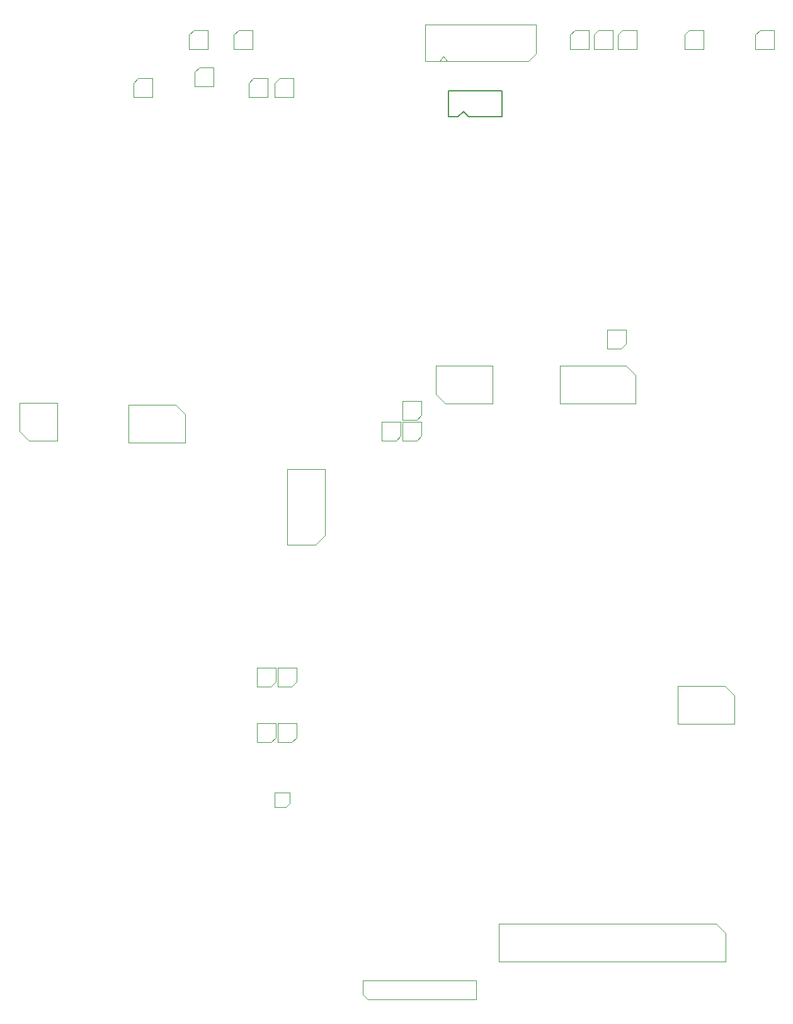
<source format=gbr>
G04 #@! TF.GenerationSoftware,KiCad,Pcbnew,(5.99.0-10192-g8d0191151d)*
G04 #@! TF.CreationDate,2021-04-12T23:10:32+03:00*
G04 #@! TF.ProjectId,hellen64_miataNA6_94,68656c6c-656e-4363-945f-6d696174614e,R0.4*
G04 #@! TF.SameCoordinates,PX1406f40PYa852d20*
G04 #@! TF.FileFunction,AssemblyDrawing,Top*
%FSLAX46Y46*%
G04 Gerber Fmt 4.6, Leading zero omitted, Abs format (unit mm)*
G04 Created by KiCad (PCBNEW (5.99.0-10192-g8d0191151d)) date 2021-04-12 23:10:32*
%MOMM*%
%LPD*%
G01*
G04 APERTURE LIST*
%ADD10C,0.100000*%
%ADD11C,0.150000*%
G04 APERTURE END LIST*
D10*
G04 #@! TO.C,P24*
X65845960Y47934880D02*
X63940960Y47934880D01*
X63940960Y50474880D02*
X66480960Y50474880D01*
X66480960Y50474880D02*
X66480960Y48569880D01*
X66480960Y48569880D02*
X65845960Y47934880D01*
X63940960Y47934880D02*
X63940960Y50474880D01*
G04 #@! TO.C,P47*
X58675960Y136070000D02*
X60580960Y136070000D01*
X58040960Y135435000D02*
X58675960Y136070000D01*
X60580960Y136070000D02*
X60580960Y133530000D01*
X60580960Y133530000D02*
X58040960Y133530000D01*
X58040960Y133530000D02*
X58040960Y135435000D01*
G04 #@! TO.C,J10*
X43902360Y85783880D02*
X50252360Y85783880D01*
X50252360Y85783880D02*
X51522360Y84513880D01*
X51522360Y80703880D02*
X43902360Y80703880D01*
X43902360Y80703880D02*
X43902360Y85783880D01*
X51522360Y84513880D02*
X51522360Y80703880D01*
G04 #@! TO.C,P22*
X65845960Y40434880D02*
X63940960Y40434880D01*
X63940960Y42974880D02*
X66480960Y42974880D01*
X66480960Y42974880D02*
X66480960Y41069880D01*
X63940960Y40434880D02*
X63940960Y42974880D01*
X66480960Y41069880D02*
X65845960Y40434880D01*
G04 #@! TO.C,P56*
X103240960Y135430000D02*
X103875960Y136065000D01*
X103240960Y133525000D02*
X103240960Y135430000D01*
X103875960Y136065000D02*
X105780960Y136065000D01*
X105780960Y136065000D02*
X105780960Y133525000D01*
X105780960Y133525000D02*
X103240960Y133525000D01*
G04 #@! TO.C,P52*
X130680960Y136065000D02*
X130680960Y133525000D01*
X128775960Y136065000D02*
X130680960Y136065000D01*
X128140960Y133525000D02*
X128140960Y135430000D01*
X130680960Y133525000D02*
X128140960Y133525000D01*
X128140960Y135430000D02*
X128775960Y136065000D01*
G04 #@! TO.C,P26*
X80470700Y83470880D02*
X80470700Y81565880D01*
X79835700Y80930880D02*
X77930700Y80930880D01*
X77930700Y83470880D02*
X80470700Y83470880D01*
X77930700Y80930880D02*
X77930700Y83470880D01*
X80470700Y81565880D02*
X79835700Y80930880D01*
D11*
G04 #@! TO.C,J1*
X94100700Y127949180D02*
X94100700Y124449180D01*
X89600700Y124449180D02*
X94100700Y124449180D01*
X94100700Y127949180D02*
X86900700Y127949180D01*
X86900700Y124449180D02*
X86900700Y127949180D01*
X88200700Y124449180D02*
X88900700Y125149180D01*
X88900700Y125149180D02*
X89600700Y124449180D01*
X86900700Y124449180D02*
X88200700Y124449180D01*
D10*
G04 #@! TO.C,J9*
X70299360Y68204880D02*
X69029360Y66934880D01*
X70299360Y77094880D02*
X70299360Y68204880D01*
X69029360Y66934880D02*
X65219360Y66934880D01*
X65219360Y66934880D02*
X65219360Y77094880D01*
X65219360Y77094880D02*
X70299360Y77094880D01*
G04 #@! TO.C,J7*
X34287360Y80968880D02*
X30477360Y80968880D01*
X30477360Y80968880D02*
X29207360Y82238880D01*
X29207360Y86048880D02*
X34287360Y86048880D01*
X29207360Y82238880D02*
X29207360Y86048880D01*
X34287360Y86048880D02*
X34287360Y80968880D01*
G04 #@! TO.C,J8*
X86511360Y85930880D02*
X85241360Y87200880D01*
X85241360Y91010880D02*
X92861360Y91010880D01*
X85241360Y87200880D02*
X85241360Y91010880D01*
X92861360Y91010880D02*
X92861360Y85930880D01*
X92861360Y85930880D02*
X86511360Y85930880D01*
G04 #@! TO.C,J6*
X101921360Y91010880D02*
X110811360Y91010880D01*
X110811360Y91010880D02*
X112081360Y89740880D01*
X112081360Y89740880D02*
X112081360Y85930880D01*
X101921360Y85930880D02*
X101921360Y91010880D01*
X112081360Y85930880D02*
X101921360Y85930880D01*
G04 #@! TO.C,P55*
X106440560Y133524120D02*
X106440560Y135429120D01*
X106440560Y135429120D02*
X107075560Y136064120D01*
X108980560Y133524120D02*
X106440560Y133524120D01*
X108980560Y136064120D02*
X108980560Y133524120D01*
X107075560Y136064120D02*
X108980560Y136064120D01*
G04 #@! TO.C,J3*
X75409360Y6569880D02*
X75409360Y8474880D01*
X90649360Y5934880D02*
X76044360Y5934880D01*
X75409360Y8474880D02*
X90649360Y8474880D01*
X76044360Y5934880D02*
X75409360Y6569880D01*
X90649360Y8474880D02*
X90649360Y5934880D01*
G04 #@! TO.C,J5*
X117679360Y47974880D02*
X124029360Y47974880D01*
X124029360Y47974880D02*
X125299360Y46704880D01*
X125299360Y46704880D02*
X125299360Y42894880D01*
X125299360Y42894880D02*
X117679360Y42894880D01*
X117679360Y42894880D02*
X117679360Y47974880D01*
G04 #@! TO.C,P50*
X53425960Y131070880D02*
X55330960Y131070880D01*
X55330960Y131070880D02*
X55330960Y128530880D01*
X52790960Y128530880D02*
X52790960Y130435880D01*
X52790960Y130435880D02*
X53425960Y131070880D01*
X55330960Y128530880D02*
X52790960Y128530880D01*
G04 #@! TO.C,P28*
X80741360Y80930880D02*
X80741360Y83470880D01*
X83281360Y83470880D02*
X83281360Y81565880D01*
X80741360Y83470880D02*
X83281360Y83470880D01*
X83281360Y81565880D02*
X82646360Y80930880D01*
X82646360Y80930880D02*
X80741360Y80930880D01*
G04 #@! TO.C,P54*
X109640960Y133525000D02*
X109640960Y135430000D01*
X110275960Y136065000D02*
X112180960Y136065000D01*
X112180960Y133525000D02*
X109640960Y133525000D01*
X112180960Y136065000D02*
X112180960Y133525000D01*
X109640960Y135430000D02*
X110275960Y136065000D01*
G04 #@! TO.C,P48*
X60040960Y128935000D02*
X60675960Y129570000D01*
X62580960Y129570000D02*
X62580960Y127030000D01*
X60675960Y129570000D02*
X62580960Y129570000D01*
X60040960Y127030000D02*
X60040960Y128935000D01*
X62580960Y127030000D02*
X60040960Y127030000D01*
G04 #@! TO.C,U1*
X63529360Y33704880D02*
X65529360Y33704880D01*
X65529360Y32204880D02*
X65029360Y31704880D01*
X65529360Y33704880D02*
X65529360Y32204880D01*
X63529360Y31704880D02*
X63529360Y33704880D01*
X65029360Y31704880D02*
X63529360Y31704880D01*
G04 #@! TO.C,P46*
X66080960Y127030000D02*
X63540960Y127030000D01*
X64175960Y129570000D02*
X66080960Y129570000D01*
X66080960Y129570000D02*
X66080960Y127030000D01*
X63540960Y127030000D02*
X63540960Y128935000D01*
X63540960Y128935000D02*
X64175960Y129570000D01*
G04 #@! TO.C,P23*
X61130700Y40434880D02*
X61130700Y42974880D01*
X63035700Y40434880D02*
X61130700Y40434880D01*
X63670700Y41069880D02*
X63035700Y40434880D01*
X61130700Y42974880D02*
X63670700Y42974880D01*
X63670700Y42974880D02*
X63670700Y41069880D01*
G04 #@! TO.C,P53*
X121180960Y133525000D02*
X118640960Y133525000D01*
X118640960Y135430000D02*
X119275960Y136065000D01*
X121180960Y136065000D02*
X121180960Y133525000D01*
X118640960Y133525000D02*
X118640960Y135430000D01*
X119275960Y136065000D02*
X121180960Y136065000D01*
G04 #@! TO.C,J4*
X93712360Y10973880D02*
X93712360Y16053880D01*
X122922360Y16053880D02*
X124192360Y14783880D01*
X124192360Y14783880D02*
X124192360Y10973880D01*
X93712360Y16053880D02*
X122922360Y16053880D01*
X124192360Y10973880D02*
X93712360Y10973880D01*
G04 #@! TO.C,P27*
X80741360Y86277060D02*
X83281360Y86277060D01*
X83281360Y84372060D02*
X82646360Y83737060D01*
X83281360Y86277060D02*
X83281360Y84372060D01*
X82646360Y83737060D02*
X80741360Y83737060D01*
X80741360Y83737060D02*
X80741360Y86277060D01*
G04 #@! TO.C,P1*
X110134364Y93330000D02*
X108229364Y93330000D01*
X110769364Y93965000D02*
X110134364Y93330000D01*
X108229364Y93330000D02*
X108229364Y95870000D01*
X110769364Y95870000D02*
X110769364Y93965000D01*
X108229364Y95870000D02*
X110769364Y95870000D01*
G04 #@! TO.C,P49*
X52675960Y136070000D02*
X54580960Y136070000D01*
X54580960Y133530000D02*
X52040960Y133530000D01*
X52040960Y135435000D02*
X52675960Y136070000D01*
X54580960Y136070000D02*
X54580960Y133530000D01*
X52040960Y133530000D02*
X52040960Y135435000D01*
G04 #@! TO.C,P25*
X63670700Y48572060D02*
X63035700Y47937060D01*
X63035700Y47937060D02*
X61130700Y47937060D01*
X61130700Y50477060D02*
X63670700Y50477060D01*
X61130700Y47937060D02*
X61130700Y50477060D01*
X63670700Y50477060D02*
X63670700Y48572060D01*
G04 #@! TO.C,P51*
X45175960Y129570000D02*
X47080960Y129570000D01*
X44540960Y127030000D02*
X44540960Y128935000D01*
X47080960Y127030000D02*
X44540960Y127030000D01*
X44540960Y128935000D02*
X45175960Y129570000D01*
X47080960Y129570000D02*
X47080960Y127030000D01*
G04 #@! TO.C,J2*
X86200700Y132614167D02*
X86700700Y131907060D01*
X83750700Y131907060D02*
X97650700Y131907060D01*
X85700700Y131907060D02*
X86200700Y132614167D01*
X98650700Y136807060D02*
X83750700Y136807060D01*
X83750700Y136807060D02*
X83750700Y131907060D01*
X98650700Y132907060D02*
X98650700Y136807060D01*
X97650700Y131907060D02*
X98650700Y132907060D01*
G04 #@! TD*
M02*

</source>
